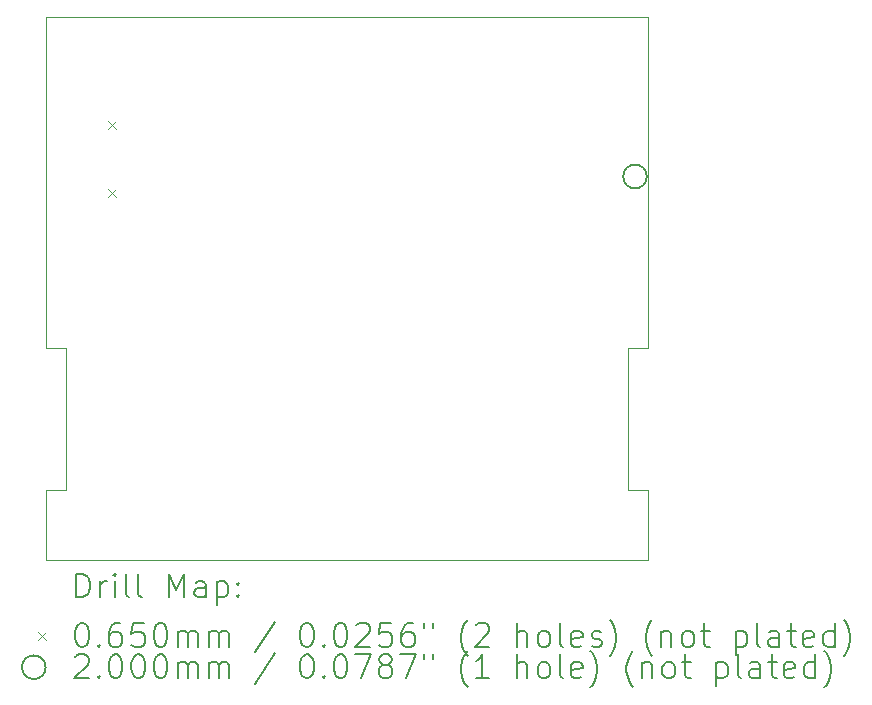
<source format=gbr>
%TF.GenerationSoftware,KiCad,Pcbnew,7.0.6-7.0.6~ubuntu22.04.1*%
%TF.CreationDate,2023-09-10T12:00:01+02:00*%
%TF.ProjectId,RFAmp,5246416d-702e-46b6-9963-61645f706362,rev?*%
%TF.SameCoordinates,Original*%
%TF.FileFunction,Drillmap*%
%TF.FilePolarity,Positive*%
%FSLAX45Y45*%
G04 Gerber Fmt 4.5, Leading zero omitted, Abs format (unit mm)*
G04 Created by KiCad (PCBNEW 7.0.6-7.0.6~ubuntu22.04.1) date 2023-09-10 12:00:01*
%MOMM*%
%LPD*%
G01*
G04 APERTURE LIST*
%ADD10C,0.010000*%
%ADD11C,0.200000*%
%ADD12C,0.065000*%
G04 APERTURE END LIST*
D10*
X15100000Y-14600000D02*
X10000000Y-14600000D01*
X10000000Y-12800000D02*
X10000000Y-10000000D01*
X10170000Y-14000000D02*
X10000000Y-14000000D01*
X14930000Y-12800000D02*
X14930000Y-14000000D01*
X15100000Y-14000000D02*
X15100000Y-14600000D01*
X10000000Y-10000000D02*
X15100000Y-10000000D01*
X14930000Y-12800000D02*
X15100000Y-12800000D01*
X15100000Y-10000000D02*
X15100000Y-12800000D01*
X10000000Y-14000000D02*
X10000000Y-14600000D01*
X10000000Y-12800000D02*
X10170000Y-12800000D01*
X10170000Y-12800000D02*
X10170000Y-14000000D01*
X14930000Y-14000000D02*
X15100000Y-14000000D01*
D11*
D12*
X10527500Y-10878500D02*
X10592500Y-10943500D01*
X10592500Y-10878500D02*
X10527500Y-10943500D01*
X10527500Y-11456500D02*
X10592500Y-11521500D01*
X10592500Y-11456500D02*
X10527500Y-11521500D01*
D11*
X15090000Y-11350000D02*
G75*
G03*
X15090000Y-11350000I-100000J0D01*
G01*
X10260277Y-14911984D02*
X10260277Y-14711984D01*
X10260277Y-14711984D02*
X10307896Y-14711984D01*
X10307896Y-14711984D02*
X10336467Y-14721508D01*
X10336467Y-14721508D02*
X10355515Y-14740555D01*
X10355515Y-14740555D02*
X10365039Y-14759603D01*
X10365039Y-14759603D02*
X10374563Y-14797698D01*
X10374563Y-14797698D02*
X10374563Y-14826269D01*
X10374563Y-14826269D02*
X10365039Y-14864365D01*
X10365039Y-14864365D02*
X10355515Y-14883412D01*
X10355515Y-14883412D02*
X10336467Y-14902460D01*
X10336467Y-14902460D02*
X10307896Y-14911984D01*
X10307896Y-14911984D02*
X10260277Y-14911984D01*
X10460277Y-14911984D02*
X10460277Y-14778650D01*
X10460277Y-14816746D02*
X10469801Y-14797698D01*
X10469801Y-14797698D02*
X10479324Y-14788174D01*
X10479324Y-14788174D02*
X10498372Y-14778650D01*
X10498372Y-14778650D02*
X10517420Y-14778650D01*
X10584086Y-14911984D02*
X10584086Y-14778650D01*
X10584086Y-14711984D02*
X10574563Y-14721508D01*
X10574563Y-14721508D02*
X10584086Y-14731031D01*
X10584086Y-14731031D02*
X10593610Y-14721508D01*
X10593610Y-14721508D02*
X10584086Y-14711984D01*
X10584086Y-14711984D02*
X10584086Y-14731031D01*
X10707896Y-14911984D02*
X10688848Y-14902460D01*
X10688848Y-14902460D02*
X10679324Y-14883412D01*
X10679324Y-14883412D02*
X10679324Y-14711984D01*
X10812658Y-14911984D02*
X10793610Y-14902460D01*
X10793610Y-14902460D02*
X10784086Y-14883412D01*
X10784086Y-14883412D02*
X10784086Y-14711984D01*
X11041229Y-14911984D02*
X11041229Y-14711984D01*
X11041229Y-14711984D02*
X11107896Y-14854841D01*
X11107896Y-14854841D02*
X11174563Y-14711984D01*
X11174563Y-14711984D02*
X11174563Y-14911984D01*
X11355515Y-14911984D02*
X11355515Y-14807222D01*
X11355515Y-14807222D02*
X11345991Y-14788174D01*
X11345991Y-14788174D02*
X11326943Y-14778650D01*
X11326943Y-14778650D02*
X11288848Y-14778650D01*
X11288848Y-14778650D02*
X11269801Y-14788174D01*
X11355515Y-14902460D02*
X11336467Y-14911984D01*
X11336467Y-14911984D02*
X11288848Y-14911984D01*
X11288848Y-14911984D02*
X11269801Y-14902460D01*
X11269801Y-14902460D02*
X11260277Y-14883412D01*
X11260277Y-14883412D02*
X11260277Y-14864365D01*
X11260277Y-14864365D02*
X11269801Y-14845317D01*
X11269801Y-14845317D02*
X11288848Y-14835793D01*
X11288848Y-14835793D02*
X11336467Y-14835793D01*
X11336467Y-14835793D02*
X11355515Y-14826269D01*
X11450753Y-14778650D02*
X11450753Y-14978650D01*
X11450753Y-14788174D02*
X11469801Y-14778650D01*
X11469801Y-14778650D02*
X11507896Y-14778650D01*
X11507896Y-14778650D02*
X11526943Y-14788174D01*
X11526943Y-14788174D02*
X11536467Y-14797698D01*
X11536467Y-14797698D02*
X11545991Y-14816746D01*
X11545991Y-14816746D02*
X11545991Y-14873888D01*
X11545991Y-14873888D02*
X11536467Y-14892936D01*
X11536467Y-14892936D02*
X11526943Y-14902460D01*
X11526943Y-14902460D02*
X11507896Y-14911984D01*
X11507896Y-14911984D02*
X11469801Y-14911984D01*
X11469801Y-14911984D02*
X11450753Y-14902460D01*
X11631705Y-14892936D02*
X11641229Y-14902460D01*
X11641229Y-14902460D02*
X11631705Y-14911984D01*
X11631705Y-14911984D02*
X11622182Y-14902460D01*
X11622182Y-14902460D02*
X11631705Y-14892936D01*
X11631705Y-14892936D02*
X11631705Y-14911984D01*
X11631705Y-14788174D02*
X11641229Y-14797698D01*
X11641229Y-14797698D02*
X11631705Y-14807222D01*
X11631705Y-14807222D02*
X11622182Y-14797698D01*
X11622182Y-14797698D02*
X11631705Y-14788174D01*
X11631705Y-14788174D02*
X11631705Y-14807222D01*
D12*
X9934500Y-15208000D02*
X9999500Y-15273000D01*
X9999500Y-15208000D02*
X9934500Y-15273000D01*
D11*
X10298372Y-15131984D02*
X10317420Y-15131984D01*
X10317420Y-15131984D02*
X10336467Y-15141508D01*
X10336467Y-15141508D02*
X10345991Y-15151031D01*
X10345991Y-15151031D02*
X10355515Y-15170079D01*
X10355515Y-15170079D02*
X10365039Y-15208174D01*
X10365039Y-15208174D02*
X10365039Y-15255793D01*
X10365039Y-15255793D02*
X10355515Y-15293888D01*
X10355515Y-15293888D02*
X10345991Y-15312936D01*
X10345991Y-15312936D02*
X10336467Y-15322460D01*
X10336467Y-15322460D02*
X10317420Y-15331984D01*
X10317420Y-15331984D02*
X10298372Y-15331984D01*
X10298372Y-15331984D02*
X10279324Y-15322460D01*
X10279324Y-15322460D02*
X10269801Y-15312936D01*
X10269801Y-15312936D02*
X10260277Y-15293888D01*
X10260277Y-15293888D02*
X10250753Y-15255793D01*
X10250753Y-15255793D02*
X10250753Y-15208174D01*
X10250753Y-15208174D02*
X10260277Y-15170079D01*
X10260277Y-15170079D02*
X10269801Y-15151031D01*
X10269801Y-15151031D02*
X10279324Y-15141508D01*
X10279324Y-15141508D02*
X10298372Y-15131984D01*
X10450753Y-15312936D02*
X10460277Y-15322460D01*
X10460277Y-15322460D02*
X10450753Y-15331984D01*
X10450753Y-15331984D02*
X10441229Y-15322460D01*
X10441229Y-15322460D02*
X10450753Y-15312936D01*
X10450753Y-15312936D02*
X10450753Y-15331984D01*
X10631705Y-15131984D02*
X10593610Y-15131984D01*
X10593610Y-15131984D02*
X10574563Y-15141508D01*
X10574563Y-15141508D02*
X10565039Y-15151031D01*
X10565039Y-15151031D02*
X10545991Y-15179603D01*
X10545991Y-15179603D02*
X10536467Y-15217698D01*
X10536467Y-15217698D02*
X10536467Y-15293888D01*
X10536467Y-15293888D02*
X10545991Y-15312936D01*
X10545991Y-15312936D02*
X10555515Y-15322460D01*
X10555515Y-15322460D02*
X10574563Y-15331984D01*
X10574563Y-15331984D02*
X10612658Y-15331984D01*
X10612658Y-15331984D02*
X10631705Y-15322460D01*
X10631705Y-15322460D02*
X10641229Y-15312936D01*
X10641229Y-15312936D02*
X10650753Y-15293888D01*
X10650753Y-15293888D02*
X10650753Y-15246269D01*
X10650753Y-15246269D02*
X10641229Y-15227222D01*
X10641229Y-15227222D02*
X10631705Y-15217698D01*
X10631705Y-15217698D02*
X10612658Y-15208174D01*
X10612658Y-15208174D02*
X10574563Y-15208174D01*
X10574563Y-15208174D02*
X10555515Y-15217698D01*
X10555515Y-15217698D02*
X10545991Y-15227222D01*
X10545991Y-15227222D02*
X10536467Y-15246269D01*
X10831705Y-15131984D02*
X10736467Y-15131984D01*
X10736467Y-15131984D02*
X10726944Y-15227222D01*
X10726944Y-15227222D02*
X10736467Y-15217698D01*
X10736467Y-15217698D02*
X10755515Y-15208174D01*
X10755515Y-15208174D02*
X10803134Y-15208174D01*
X10803134Y-15208174D02*
X10822182Y-15217698D01*
X10822182Y-15217698D02*
X10831705Y-15227222D01*
X10831705Y-15227222D02*
X10841229Y-15246269D01*
X10841229Y-15246269D02*
X10841229Y-15293888D01*
X10841229Y-15293888D02*
X10831705Y-15312936D01*
X10831705Y-15312936D02*
X10822182Y-15322460D01*
X10822182Y-15322460D02*
X10803134Y-15331984D01*
X10803134Y-15331984D02*
X10755515Y-15331984D01*
X10755515Y-15331984D02*
X10736467Y-15322460D01*
X10736467Y-15322460D02*
X10726944Y-15312936D01*
X10965039Y-15131984D02*
X10984086Y-15131984D01*
X10984086Y-15131984D02*
X11003134Y-15141508D01*
X11003134Y-15141508D02*
X11012658Y-15151031D01*
X11012658Y-15151031D02*
X11022182Y-15170079D01*
X11022182Y-15170079D02*
X11031705Y-15208174D01*
X11031705Y-15208174D02*
X11031705Y-15255793D01*
X11031705Y-15255793D02*
X11022182Y-15293888D01*
X11022182Y-15293888D02*
X11012658Y-15312936D01*
X11012658Y-15312936D02*
X11003134Y-15322460D01*
X11003134Y-15322460D02*
X10984086Y-15331984D01*
X10984086Y-15331984D02*
X10965039Y-15331984D01*
X10965039Y-15331984D02*
X10945991Y-15322460D01*
X10945991Y-15322460D02*
X10936467Y-15312936D01*
X10936467Y-15312936D02*
X10926944Y-15293888D01*
X10926944Y-15293888D02*
X10917420Y-15255793D01*
X10917420Y-15255793D02*
X10917420Y-15208174D01*
X10917420Y-15208174D02*
X10926944Y-15170079D01*
X10926944Y-15170079D02*
X10936467Y-15151031D01*
X10936467Y-15151031D02*
X10945991Y-15141508D01*
X10945991Y-15141508D02*
X10965039Y-15131984D01*
X11117420Y-15331984D02*
X11117420Y-15198650D01*
X11117420Y-15217698D02*
X11126944Y-15208174D01*
X11126944Y-15208174D02*
X11145991Y-15198650D01*
X11145991Y-15198650D02*
X11174563Y-15198650D01*
X11174563Y-15198650D02*
X11193610Y-15208174D01*
X11193610Y-15208174D02*
X11203134Y-15227222D01*
X11203134Y-15227222D02*
X11203134Y-15331984D01*
X11203134Y-15227222D02*
X11212658Y-15208174D01*
X11212658Y-15208174D02*
X11231705Y-15198650D01*
X11231705Y-15198650D02*
X11260277Y-15198650D01*
X11260277Y-15198650D02*
X11279324Y-15208174D01*
X11279324Y-15208174D02*
X11288848Y-15227222D01*
X11288848Y-15227222D02*
X11288848Y-15331984D01*
X11384086Y-15331984D02*
X11384086Y-15198650D01*
X11384086Y-15217698D02*
X11393610Y-15208174D01*
X11393610Y-15208174D02*
X11412658Y-15198650D01*
X11412658Y-15198650D02*
X11441229Y-15198650D01*
X11441229Y-15198650D02*
X11460277Y-15208174D01*
X11460277Y-15208174D02*
X11469801Y-15227222D01*
X11469801Y-15227222D02*
X11469801Y-15331984D01*
X11469801Y-15227222D02*
X11479324Y-15208174D01*
X11479324Y-15208174D02*
X11498372Y-15198650D01*
X11498372Y-15198650D02*
X11526943Y-15198650D01*
X11526943Y-15198650D02*
X11545991Y-15208174D01*
X11545991Y-15208174D02*
X11555515Y-15227222D01*
X11555515Y-15227222D02*
X11555515Y-15331984D01*
X11945991Y-15122460D02*
X11774563Y-15379603D01*
X12203134Y-15131984D02*
X12222182Y-15131984D01*
X12222182Y-15131984D02*
X12241229Y-15141508D01*
X12241229Y-15141508D02*
X12250753Y-15151031D01*
X12250753Y-15151031D02*
X12260277Y-15170079D01*
X12260277Y-15170079D02*
X12269801Y-15208174D01*
X12269801Y-15208174D02*
X12269801Y-15255793D01*
X12269801Y-15255793D02*
X12260277Y-15293888D01*
X12260277Y-15293888D02*
X12250753Y-15312936D01*
X12250753Y-15312936D02*
X12241229Y-15322460D01*
X12241229Y-15322460D02*
X12222182Y-15331984D01*
X12222182Y-15331984D02*
X12203134Y-15331984D01*
X12203134Y-15331984D02*
X12184086Y-15322460D01*
X12184086Y-15322460D02*
X12174563Y-15312936D01*
X12174563Y-15312936D02*
X12165039Y-15293888D01*
X12165039Y-15293888D02*
X12155515Y-15255793D01*
X12155515Y-15255793D02*
X12155515Y-15208174D01*
X12155515Y-15208174D02*
X12165039Y-15170079D01*
X12165039Y-15170079D02*
X12174563Y-15151031D01*
X12174563Y-15151031D02*
X12184086Y-15141508D01*
X12184086Y-15141508D02*
X12203134Y-15131984D01*
X12355515Y-15312936D02*
X12365039Y-15322460D01*
X12365039Y-15322460D02*
X12355515Y-15331984D01*
X12355515Y-15331984D02*
X12345991Y-15322460D01*
X12345991Y-15322460D02*
X12355515Y-15312936D01*
X12355515Y-15312936D02*
X12355515Y-15331984D01*
X12488848Y-15131984D02*
X12507896Y-15131984D01*
X12507896Y-15131984D02*
X12526944Y-15141508D01*
X12526944Y-15141508D02*
X12536467Y-15151031D01*
X12536467Y-15151031D02*
X12545991Y-15170079D01*
X12545991Y-15170079D02*
X12555515Y-15208174D01*
X12555515Y-15208174D02*
X12555515Y-15255793D01*
X12555515Y-15255793D02*
X12545991Y-15293888D01*
X12545991Y-15293888D02*
X12536467Y-15312936D01*
X12536467Y-15312936D02*
X12526944Y-15322460D01*
X12526944Y-15322460D02*
X12507896Y-15331984D01*
X12507896Y-15331984D02*
X12488848Y-15331984D01*
X12488848Y-15331984D02*
X12469801Y-15322460D01*
X12469801Y-15322460D02*
X12460277Y-15312936D01*
X12460277Y-15312936D02*
X12450753Y-15293888D01*
X12450753Y-15293888D02*
X12441229Y-15255793D01*
X12441229Y-15255793D02*
X12441229Y-15208174D01*
X12441229Y-15208174D02*
X12450753Y-15170079D01*
X12450753Y-15170079D02*
X12460277Y-15151031D01*
X12460277Y-15151031D02*
X12469801Y-15141508D01*
X12469801Y-15141508D02*
X12488848Y-15131984D01*
X12631706Y-15151031D02*
X12641229Y-15141508D01*
X12641229Y-15141508D02*
X12660277Y-15131984D01*
X12660277Y-15131984D02*
X12707896Y-15131984D01*
X12707896Y-15131984D02*
X12726944Y-15141508D01*
X12726944Y-15141508D02*
X12736467Y-15151031D01*
X12736467Y-15151031D02*
X12745991Y-15170079D01*
X12745991Y-15170079D02*
X12745991Y-15189127D01*
X12745991Y-15189127D02*
X12736467Y-15217698D01*
X12736467Y-15217698D02*
X12622182Y-15331984D01*
X12622182Y-15331984D02*
X12745991Y-15331984D01*
X12926944Y-15131984D02*
X12831706Y-15131984D01*
X12831706Y-15131984D02*
X12822182Y-15227222D01*
X12822182Y-15227222D02*
X12831706Y-15217698D01*
X12831706Y-15217698D02*
X12850753Y-15208174D01*
X12850753Y-15208174D02*
X12898372Y-15208174D01*
X12898372Y-15208174D02*
X12917420Y-15217698D01*
X12917420Y-15217698D02*
X12926944Y-15227222D01*
X12926944Y-15227222D02*
X12936467Y-15246269D01*
X12936467Y-15246269D02*
X12936467Y-15293888D01*
X12936467Y-15293888D02*
X12926944Y-15312936D01*
X12926944Y-15312936D02*
X12917420Y-15322460D01*
X12917420Y-15322460D02*
X12898372Y-15331984D01*
X12898372Y-15331984D02*
X12850753Y-15331984D01*
X12850753Y-15331984D02*
X12831706Y-15322460D01*
X12831706Y-15322460D02*
X12822182Y-15312936D01*
X13107896Y-15131984D02*
X13069801Y-15131984D01*
X13069801Y-15131984D02*
X13050753Y-15141508D01*
X13050753Y-15141508D02*
X13041229Y-15151031D01*
X13041229Y-15151031D02*
X13022182Y-15179603D01*
X13022182Y-15179603D02*
X13012658Y-15217698D01*
X13012658Y-15217698D02*
X13012658Y-15293888D01*
X13012658Y-15293888D02*
X13022182Y-15312936D01*
X13022182Y-15312936D02*
X13031706Y-15322460D01*
X13031706Y-15322460D02*
X13050753Y-15331984D01*
X13050753Y-15331984D02*
X13088848Y-15331984D01*
X13088848Y-15331984D02*
X13107896Y-15322460D01*
X13107896Y-15322460D02*
X13117420Y-15312936D01*
X13117420Y-15312936D02*
X13126944Y-15293888D01*
X13126944Y-15293888D02*
X13126944Y-15246269D01*
X13126944Y-15246269D02*
X13117420Y-15227222D01*
X13117420Y-15227222D02*
X13107896Y-15217698D01*
X13107896Y-15217698D02*
X13088848Y-15208174D01*
X13088848Y-15208174D02*
X13050753Y-15208174D01*
X13050753Y-15208174D02*
X13031706Y-15217698D01*
X13031706Y-15217698D02*
X13022182Y-15227222D01*
X13022182Y-15227222D02*
X13012658Y-15246269D01*
X13203134Y-15131984D02*
X13203134Y-15170079D01*
X13279325Y-15131984D02*
X13279325Y-15170079D01*
X13574563Y-15408174D02*
X13565039Y-15398650D01*
X13565039Y-15398650D02*
X13545991Y-15370079D01*
X13545991Y-15370079D02*
X13536468Y-15351031D01*
X13536468Y-15351031D02*
X13526944Y-15322460D01*
X13526944Y-15322460D02*
X13517420Y-15274841D01*
X13517420Y-15274841D02*
X13517420Y-15236746D01*
X13517420Y-15236746D02*
X13526944Y-15189127D01*
X13526944Y-15189127D02*
X13536468Y-15160555D01*
X13536468Y-15160555D02*
X13545991Y-15141508D01*
X13545991Y-15141508D02*
X13565039Y-15112936D01*
X13565039Y-15112936D02*
X13574563Y-15103412D01*
X13641229Y-15151031D02*
X13650753Y-15141508D01*
X13650753Y-15141508D02*
X13669801Y-15131984D01*
X13669801Y-15131984D02*
X13717420Y-15131984D01*
X13717420Y-15131984D02*
X13736468Y-15141508D01*
X13736468Y-15141508D02*
X13745991Y-15151031D01*
X13745991Y-15151031D02*
X13755515Y-15170079D01*
X13755515Y-15170079D02*
X13755515Y-15189127D01*
X13755515Y-15189127D02*
X13745991Y-15217698D01*
X13745991Y-15217698D02*
X13631706Y-15331984D01*
X13631706Y-15331984D02*
X13755515Y-15331984D01*
X13993610Y-15331984D02*
X13993610Y-15131984D01*
X14079325Y-15331984D02*
X14079325Y-15227222D01*
X14079325Y-15227222D02*
X14069801Y-15208174D01*
X14069801Y-15208174D02*
X14050753Y-15198650D01*
X14050753Y-15198650D02*
X14022182Y-15198650D01*
X14022182Y-15198650D02*
X14003134Y-15208174D01*
X14003134Y-15208174D02*
X13993610Y-15217698D01*
X14203134Y-15331984D02*
X14184087Y-15322460D01*
X14184087Y-15322460D02*
X14174563Y-15312936D01*
X14174563Y-15312936D02*
X14165039Y-15293888D01*
X14165039Y-15293888D02*
X14165039Y-15236746D01*
X14165039Y-15236746D02*
X14174563Y-15217698D01*
X14174563Y-15217698D02*
X14184087Y-15208174D01*
X14184087Y-15208174D02*
X14203134Y-15198650D01*
X14203134Y-15198650D02*
X14231706Y-15198650D01*
X14231706Y-15198650D02*
X14250753Y-15208174D01*
X14250753Y-15208174D02*
X14260277Y-15217698D01*
X14260277Y-15217698D02*
X14269801Y-15236746D01*
X14269801Y-15236746D02*
X14269801Y-15293888D01*
X14269801Y-15293888D02*
X14260277Y-15312936D01*
X14260277Y-15312936D02*
X14250753Y-15322460D01*
X14250753Y-15322460D02*
X14231706Y-15331984D01*
X14231706Y-15331984D02*
X14203134Y-15331984D01*
X14384087Y-15331984D02*
X14365039Y-15322460D01*
X14365039Y-15322460D02*
X14355515Y-15303412D01*
X14355515Y-15303412D02*
X14355515Y-15131984D01*
X14536468Y-15322460D02*
X14517420Y-15331984D01*
X14517420Y-15331984D02*
X14479325Y-15331984D01*
X14479325Y-15331984D02*
X14460277Y-15322460D01*
X14460277Y-15322460D02*
X14450753Y-15303412D01*
X14450753Y-15303412D02*
X14450753Y-15227222D01*
X14450753Y-15227222D02*
X14460277Y-15208174D01*
X14460277Y-15208174D02*
X14479325Y-15198650D01*
X14479325Y-15198650D02*
X14517420Y-15198650D01*
X14517420Y-15198650D02*
X14536468Y-15208174D01*
X14536468Y-15208174D02*
X14545991Y-15227222D01*
X14545991Y-15227222D02*
X14545991Y-15246269D01*
X14545991Y-15246269D02*
X14450753Y-15265317D01*
X14622182Y-15322460D02*
X14641230Y-15331984D01*
X14641230Y-15331984D02*
X14679325Y-15331984D01*
X14679325Y-15331984D02*
X14698372Y-15322460D01*
X14698372Y-15322460D02*
X14707896Y-15303412D01*
X14707896Y-15303412D02*
X14707896Y-15293888D01*
X14707896Y-15293888D02*
X14698372Y-15274841D01*
X14698372Y-15274841D02*
X14679325Y-15265317D01*
X14679325Y-15265317D02*
X14650753Y-15265317D01*
X14650753Y-15265317D02*
X14631706Y-15255793D01*
X14631706Y-15255793D02*
X14622182Y-15236746D01*
X14622182Y-15236746D02*
X14622182Y-15227222D01*
X14622182Y-15227222D02*
X14631706Y-15208174D01*
X14631706Y-15208174D02*
X14650753Y-15198650D01*
X14650753Y-15198650D02*
X14679325Y-15198650D01*
X14679325Y-15198650D02*
X14698372Y-15208174D01*
X14774563Y-15408174D02*
X14784087Y-15398650D01*
X14784087Y-15398650D02*
X14803134Y-15370079D01*
X14803134Y-15370079D02*
X14812658Y-15351031D01*
X14812658Y-15351031D02*
X14822182Y-15322460D01*
X14822182Y-15322460D02*
X14831706Y-15274841D01*
X14831706Y-15274841D02*
X14831706Y-15236746D01*
X14831706Y-15236746D02*
X14822182Y-15189127D01*
X14822182Y-15189127D02*
X14812658Y-15160555D01*
X14812658Y-15160555D02*
X14803134Y-15141508D01*
X14803134Y-15141508D02*
X14784087Y-15112936D01*
X14784087Y-15112936D02*
X14774563Y-15103412D01*
X15136468Y-15408174D02*
X15126944Y-15398650D01*
X15126944Y-15398650D02*
X15107896Y-15370079D01*
X15107896Y-15370079D02*
X15098372Y-15351031D01*
X15098372Y-15351031D02*
X15088849Y-15322460D01*
X15088849Y-15322460D02*
X15079325Y-15274841D01*
X15079325Y-15274841D02*
X15079325Y-15236746D01*
X15079325Y-15236746D02*
X15088849Y-15189127D01*
X15088849Y-15189127D02*
X15098372Y-15160555D01*
X15098372Y-15160555D02*
X15107896Y-15141508D01*
X15107896Y-15141508D02*
X15126944Y-15112936D01*
X15126944Y-15112936D02*
X15136468Y-15103412D01*
X15212658Y-15198650D02*
X15212658Y-15331984D01*
X15212658Y-15217698D02*
X15222182Y-15208174D01*
X15222182Y-15208174D02*
X15241230Y-15198650D01*
X15241230Y-15198650D02*
X15269801Y-15198650D01*
X15269801Y-15198650D02*
X15288849Y-15208174D01*
X15288849Y-15208174D02*
X15298372Y-15227222D01*
X15298372Y-15227222D02*
X15298372Y-15331984D01*
X15422182Y-15331984D02*
X15403134Y-15322460D01*
X15403134Y-15322460D02*
X15393611Y-15312936D01*
X15393611Y-15312936D02*
X15384087Y-15293888D01*
X15384087Y-15293888D02*
X15384087Y-15236746D01*
X15384087Y-15236746D02*
X15393611Y-15217698D01*
X15393611Y-15217698D02*
X15403134Y-15208174D01*
X15403134Y-15208174D02*
X15422182Y-15198650D01*
X15422182Y-15198650D02*
X15450753Y-15198650D01*
X15450753Y-15198650D02*
X15469801Y-15208174D01*
X15469801Y-15208174D02*
X15479325Y-15217698D01*
X15479325Y-15217698D02*
X15488849Y-15236746D01*
X15488849Y-15236746D02*
X15488849Y-15293888D01*
X15488849Y-15293888D02*
X15479325Y-15312936D01*
X15479325Y-15312936D02*
X15469801Y-15322460D01*
X15469801Y-15322460D02*
X15450753Y-15331984D01*
X15450753Y-15331984D02*
X15422182Y-15331984D01*
X15545992Y-15198650D02*
X15622182Y-15198650D01*
X15574563Y-15131984D02*
X15574563Y-15303412D01*
X15574563Y-15303412D02*
X15584087Y-15322460D01*
X15584087Y-15322460D02*
X15603134Y-15331984D01*
X15603134Y-15331984D02*
X15622182Y-15331984D01*
X15841230Y-15198650D02*
X15841230Y-15398650D01*
X15841230Y-15208174D02*
X15860277Y-15198650D01*
X15860277Y-15198650D02*
X15898373Y-15198650D01*
X15898373Y-15198650D02*
X15917420Y-15208174D01*
X15917420Y-15208174D02*
X15926944Y-15217698D01*
X15926944Y-15217698D02*
X15936468Y-15236746D01*
X15936468Y-15236746D02*
X15936468Y-15293888D01*
X15936468Y-15293888D02*
X15926944Y-15312936D01*
X15926944Y-15312936D02*
X15917420Y-15322460D01*
X15917420Y-15322460D02*
X15898373Y-15331984D01*
X15898373Y-15331984D02*
X15860277Y-15331984D01*
X15860277Y-15331984D02*
X15841230Y-15322460D01*
X16050753Y-15331984D02*
X16031706Y-15322460D01*
X16031706Y-15322460D02*
X16022182Y-15303412D01*
X16022182Y-15303412D02*
X16022182Y-15131984D01*
X16212658Y-15331984D02*
X16212658Y-15227222D01*
X16212658Y-15227222D02*
X16203134Y-15208174D01*
X16203134Y-15208174D02*
X16184087Y-15198650D01*
X16184087Y-15198650D02*
X16145992Y-15198650D01*
X16145992Y-15198650D02*
X16126944Y-15208174D01*
X16212658Y-15322460D02*
X16193611Y-15331984D01*
X16193611Y-15331984D02*
X16145992Y-15331984D01*
X16145992Y-15331984D02*
X16126944Y-15322460D01*
X16126944Y-15322460D02*
X16117420Y-15303412D01*
X16117420Y-15303412D02*
X16117420Y-15284365D01*
X16117420Y-15284365D02*
X16126944Y-15265317D01*
X16126944Y-15265317D02*
X16145992Y-15255793D01*
X16145992Y-15255793D02*
X16193611Y-15255793D01*
X16193611Y-15255793D02*
X16212658Y-15246269D01*
X16279325Y-15198650D02*
X16355515Y-15198650D01*
X16307896Y-15131984D02*
X16307896Y-15303412D01*
X16307896Y-15303412D02*
X16317420Y-15322460D01*
X16317420Y-15322460D02*
X16336468Y-15331984D01*
X16336468Y-15331984D02*
X16355515Y-15331984D01*
X16498373Y-15322460D02*
X16479325Y-15331984D01*
X16479325Y-15331984D02*
X16441230Y-15331984D01*
X16441230Y-15331984D02*
X16422182Y-15322460D01*
X16422182Y-15322460D02*
X16412658Y-15303412D01*
X16412658Y-15303412D02*
X16412658Y-15227222D01*
X16412658Y-15227222D02*
X16422182Y-15208174D01*
X16422182Y-15208174D02*
X16441230Y-15198650D01*
X16441230Y-15198650D02*
X16479325Y-15198650D01*
X16479325Y-15198650D02*
X16498373Y-15208174D01*
X16498373Y-15208174D02*
X16507896Y-15227222D01*
X16507896Y-15227222D02*
X16507896Y-15246269D01*
X16507896Y-15246269D02*
X16412658Y-15265317D01*
X16679325Y-15331984D02*
X16679325Y-15131984D01*
X16679325Y-15322460D02*
X16660277Y-15331984D01*
X16660277Y-15331984D02*
X16622182Y-15331984D01*
X16622182Y-15331984D02*
X16603134Y-15322460D01*
X16603134Y-15322460D02*
X16593611Y-15312936D01*
X16593611Y-15312936D02*
X16584087Y-15293888D01*
X16584087Y-15293888D02*
X16584087Y-15236746D01*
X16584087Y-15236746D02*
X16593611Y-15217698D01*
X16593611Y-15217698D02*
X16603134Y-15208174D01*
X16603134Y-15208174D02*
X16622182Y-15198650D01*
X16622182Y-15198650D02*
X16660277Y-15198650D01*
X16660277Y-15198650D02*
X16679325Y-15208174D01*
X16755515Y-15408174D02*
X16765039Y-15398650D01*
X16765039Y-15398650D02*
X16784087Y-15370079D01*
X16784087Y-15370079D02*
X16793611Y-15351031D01*
X16793611Y-15351031D02*
X16803135Y-15322460D01*
X16803135Y-15322460D02*
X16812658Y-15274841D01*
X16812658Y-15274841D02*
X16812658Y-15236746D01*
X16812658Y-15236746D02*
X16803135Y-15189127D01*
X16803135Y-15189127D02*
X16793611Y-15160555D01*
X16793611Y-15160555D02*
X16784087Y-15141508D01*
X16784087Y-15141508D02*
X16765039Y-15112936D01*
X16765039Y-15112936D02*
X16755515Y-15103412D01*
X9999500Y-15504500D02*
G75*
G03*
X9999500Y-15504500I-100000J0D01*
G01*
X10250753Y-15415031D02*
X10260277Y-15405508D01*
X10260277Y-15405508D02*
X10279324Y-15395984D01*
X10279324Y-15395984D02*
X10326944Y-15395984D01*
X10326944Y-15395984D02*
X10345991Y-15405508D01*
X10345991Y-15405508D02*
X10355515Y-15415031D01*
X10355515Y-15415031D02*
X10365039Y-15434079D01*
X10365039Y-15434079D02*
X10365039Y-15453127D01*
X10365039Y-15453127D02*
X10355515Y-15481698D01*
X10355515Y-15481698D02*
X10241229Y-15595984D01*
X10241229Y-15595984D02*
X10365039Y-15595984D01*
X10450753Y-15576936D02*
X10460277Y-15586460D01*
X10460277Y-15586460D02*
X10450753Y-15595984D01*
X10450753Y-15595984D02*
X10441229Y-15586460D01*
X10441229Y-15586460D02*
X10450753Y-15576936D01*
X10450753Y-15576936D02*
X10450753Y-15595984D01*
X10584086Y-15395984D02*
X10603134Y-15395984D01*
X10603134Y-15395984D02*
X10622182Y-15405508D01*
X10622182Y-15405508D02*
X10631705Y-15415031D01*
X10631705Y-15415031D02*
X10641229Y-15434079D01*
X10641229Y-15434079D02*
X10650753Y-15472174D01*
X10650753Y-15472174D02*
X10650753Y-15519793D01*
X10650753Y-15519793D02*
X10641229Y-15557888D01*
X10641229Y-15557888D02*
X10631705Y-15576936D01*
X10631705Y-15576936D02*
X10622182Y-15586460D01*
X10622182Y-15586460D02*
X10603134Y-15595984D01*
X10603134Y-15595984D02*
X10584086Y-15595984D01*
X10584086Y-15595984D02*
X10565039Y-15586460D01*
X10565039Y-15586460D02*
X10555515Y-15576936D01*
X10555515Y-15576936D02*
X10545991Y-15557888D01*
X10545991Y-15557888D02*
X10536467Y-15519793D01*
X10536467Y-15519793D02*
X10536467Y-15472174D01*
X10536467Y-15472174D02*
X10545991Y-15434079D01*
X10545991Y-15434079D02*
X10555515Y-15415031D01*
X10555515Y-15415031D02*
X10565039Y-15405508D01*
X10565039Y-15405508D02*
X10584086Y-15395984D01*
X10774563Y-15395984D02*
X10793610Y-15395984D01*
X10793610Y-15395984D02*
X10812658Y-15405508D01*
X10812658Y-15405508D02*
X10822182Y-15415031D01*
X10822182Y-15415031D02*
X10831705Y-15434079D01*
X10831705Y-15434079D02*
X10841229Y-15472174D01*
X10841229Y-15472174D02*
X10841229Y-15519793D01*
X10841229Y-15519793D02*
X10831705Y-15557888D01*
X10831705Y-15557888D02*
X10822182Y-15576936D01*
X10822182Y-15576936D02*
X10812658Y-15586460D01*
X10812658Y-15586460D02*
X10793610Y-15595984D01*
X10793610Y-15595984D02*
X10774563Y-15595984D01*
X10774563Y-15595984D02*
X10755515Y-15586460D01*
X10755515Y-15586460D02*
X10745991Y-15576936D01*
X10745991Y-15576936D02*
X10736467Y-15557888D01*
X10736467Y-15557888D02*
X10726944Y-15519793D01*
X10726944Y-15519793D02*
X10726944Y-15472174D01*
X10726944Y-15472174D02*
X10736467Y-15434079D01*
X10736467Y-15434079D02*
X10745991Y-15415031D01*
X10745991Y-15415031D02*
X10755515Y-15405508D01*
X10755515Y-15405508D02*
X10774563Y-15395984D01*
X10965039Y-15395984D02*
X10984086Y-15395984D01*
X10984086Y-15395984D02*
X11003134Y-15405508D01*
X11003134Y-15405508D02*
X11012658Y-15415031D01*
X11012658Y-15415031D02*
X11022182Y-15434079D01*
X11022182Y-15434079D02*
X11031705Y-15472174D01*
X11031705Y-15472174D02*
X11031705Y-15519793D01*
X11031705Y-15519793D02*
X11022182Y-15557888D01*
X11022182Y-15557888D02*
X11012658Y-15576936D01*
X11012658Y-15576936D02*
X11003134Y-15586460D01*
X11003134Y-15586460D02*
X10984086Y-15595984D01*
X10984086Y-15595984D02*
X10965039Y-15595984D01*
X10965039Y-15595984D02*
X10945991Y-15586460D01*
X10945991Y-15586460D02*
X10936467Y-15576936D01*
X10936467Y-15576936D02*
X10926944Y-15557888D01*
X10926944Y-15557888D02*
X10917420Y-15519793D01*
X10917420Y-15519793D02*
X10917420Y-15472174D01*
X10917420Y-15472174D02*
X10926944Y-15434079D01*
X10926944Y-15434079D02*
X10936467Y-15415031D01*
X10936467Y-15415031D02*
X10945991Y-15405508D01*
X10945991Y-15405508D02*
X10965039Y-15395984D01*
X11117420Y-15595984D02*
X11117420Y-15462650D01*
X11117420Y-15481698D02*
X11126944Y-15472174D01*
X11126944Y-15472174D02*
X11145991Y-15462650D01*
X11145991Y-15462650D02*
X11174563Y-15462650D01*
X11174563Y-15462650D02*
X11193610Y-15472174D01*
X11193610Y-15472174D02*
X11203134Y-15491222D01*
X11203134Y-15491222D02*
X11203134Y-15595984D01*
X11203134Y-15491222D02*
X11212658Y-15472174D01*
X11212658Y-15472174D02*
X11231705Y-15462650D01*
X11231705Y-15462650D02*
X11260277Y-15462650D01*
X11260277Y-15462650D02*
X11279324Y-15472174D01*
X11279324Y-15472174D02*
X11288848Y-15491222D01*
X11288848Y-15491222D02*
X11288848Y-15595984D01*
X11384086Y-15595984D02*
X11384086Y-15462650D01*
X11384086Y-15481698D02*
X11393610Y-15472174D01*
X11393610Y-15472174D02*
X11412658Y-15462650D01*
X11412658Y-15462650D02*
X11441229Y-15462650D01*
X11441229Y-15462650D02*
X11460277Y-15472174D01*
X11460277Y-15472174D02*
X11469801Y-15491222D01*
X11469801Y-15491222D02*
X11469801Y-15595984D01*
X11469801Y-15491222D02*
X11479324Y-15472174D01*
X11479324Y-15472174D02*
X11498372Y-15462650D01*
X11498372Y-15462650D02*
X11526943Y-15462650D01*
X11526943Y-15462650D02*
X11545991Y-15472174D01*
X11545991Y-15472174D02*
X11555515Y-15491222D01*
X11555515Y-15491222D02*
X11555515Y-15595984D01*
X11945991Y-15386460D02*
X11774563Y-15643603D01*
X12203134Y-15395984D02*
X12222182Y-15395984D01*
X12222182Y-15395984D02*
X12241229Y-15405508D01*
X12241229Y-15405508D02*
X12250753Y-15415031D01*
X12250753Y-15415031D02*
X12260277Y-15434079D01*
X12260277Y-15434079D02*
X12269801Y-15472174D01*
X12269801Y-15472174D02*
X12269801Y-15519793D01*
X12269801Y-15519793D02*
X12260277Y-15557888D01*
X12260277Y-15557888D02*
X12250753Y-15576936D01*
X12250753Y-15576936D02*
X12241229Y-15586460D01*
X12241229Y-15586460D02*
X12222182Y-15595984D01*
X12222182Y-15595984D02*
X12203134Y-15595984D01*
X12203134Y-15595984D02*
X12184086Y-15586460D01*
X12184086Y-15586460D02*
X12174563Y-15576936D01*
X12174563Y-15576936D02*
X12165039Y-15557888D01*
X12165039Y-15557888D02*
X12155515Y-15519793D01*
X12155515Y-15519793D02*
X12155515Y-15472174D01*
X12155515Y-15472174D02*
X12165039Y-15434079D01*
X12165039Y-15434079D02*
X12174563Y-15415031D01*
X12174563Y-15415031D02*
X12184086Y-15405508D01*
X12184086Y-15405508D02*
X12203134Y-15395984D01*
X12355515Y-15576936D02*
X12365039Y-15586460D01*
X12365039Y-15586460D02*
X12355515Y-15595984D01*
X12355515Y-15595984D02*
X12345991Y-15586460D01*
X12345991Y-15586460D02*
X12355515Y-15576936D01*
X12355515Y-15576936D02*
X12355515Y-15595984D01*
X12488848Y-15395984D02*
X12507896Y-15395984D01*
X12507896Y-15395984D02*
X12526944Y-15405508D01*
X12526944Y-15405508D02*
X12536467Y-15415031D01*
X12536467Y-15415031D02*
X12545991Y-15434079D01*
X12545991Y-15434079D02*
X12555515Y-15472174D01*
X12555515Y-15472174D02*
X12555515Y-15519793D01*
X12555515Y-15519793D02*
X12545991Y-15557888D01*
X12545991Y-15557888D02*
X12536467Y-15576936D01*
X12536467Y-15576936D02*
X12526944Y-15586460D01*
X12526944Y-15586460D02*
X12507896Y-15595984D01*
X12507896Y-15595984D02*
X12488848Y-15595984D01*
X12488848Y-15595984D02*
X12469801Y-15586460D01*
X12469801Y-15586460D02*
X12460277Y-15576936D01*
X12460277Y-15576936D02*
X12450753Y-15557888D01*
X12450753Y-15557888D02*
X12441229Y-15519793D01*
X12441229Y-15519793D02*
X12441229Y-15472174D01*
X12441229Y-15472174D02*
X12450753Y-15434079D01*
X12450753Y-15434079D02*
X12460277Y-15415031D01*
X12460277Y-15415031D02*
X12469801Y-15405508D01*
X12469801Y-15405508D02*
X12488848Y-15395984D01*
X12622182Y-15395984D02*
X12755515Y-15395984D01*
X12755515Y-15395984D02*
X12669801Y-15595984D01*
X12860277Y-15481698D02*
X12841229Y-15472174D01*
X12841229Y-15472174D02*
X12831706Y-15462650D01*
X12831706Y-15462650D02*
X12822182Y-15443603D01*
X12822182Y-15443603D02*
X12822182Y-15434079D01*
X12822182Y-15434079D02*
X12831706Y-15415031D01*
X12831706Y-15415031D02*
X12841229Y-15405508D01*
X12841229Y-15405508D02*
X12860277Y-15395984D01*
X12860277Y-15395984D02*
X12898372Y-15395984D01*
X12898372Y-15395984D02*
X12917420Y-15405508D01*
X12917420Y-15405508D02*
X12926944Y-15415031D01*
X12926944Y-15415031D02*
X12936467Y-15434079D01*
X12936467Y-15434079D02*
X12936467Y-15443603D01*
X12936467Y-15443603D02*
X12926944Y-15462650D01*
X12926944Y-15462650D02*
X12917420Y-15472174D01*
X12917420Y-15472174D02*
X12898372Y-15481698D01*
X12898372Y-15481698D02*
X12860277Y-15481698D01*
X12860277Y-15481698D02*
X12841229Y-15491222D01*
X12841229Y-15491222D02*
X12831706Y-15500746D01*
X12831706Y-15500746D02*
X12822182Y-15519793D01*
X12822182Y-15519793D02*
X12822182Y-15557888D01*
X12822182Y-15557888D02*
X12831706Y-15576936D01*
X12831706Y-15576936D02*
X12841229Y-15586460D01*
X12841229Y-15586460D02*
X12860277Y-15595984D01*
X12860277Y-15595984D02*
X12898372Y-15595984D01*
X12898372Y-15595984D02*
X12917420Y-15586460D01*
X12917420Y-15586460D02*
X12926944Y-15576936D01*
X12926944Y-15576936D02*
X12936467Y-15557888D01*
X12936467Y-15557888D02*
X12936467Y-15519793D01*
X12936467Y-15519793D02*
X12926944Y-15500746D01*
X12926944Y-15500746D02*
X12917420Y-15491222D01*
X12917420Y-15491222D02*
X12898372Y-15481698D01*
X13003134Y-15395984D02*
X13136467Y-15395984D01*
X13136467Y-15395984D02*
X13050753Y-15595984D01*
X13203134Y-15395984D02*
X13203134Y-15434079D01*
X13279325Y-15395984D02*
X13279325Y-15434079D01*
X13574563Y-15672174D02*
X13565039Y-15662650D01*
X13565039Y-15662650D02*
X13545991Y-15634079D01*
X13545991Y-15634079D02*
X13536468Y-15615031D01*
X13536468Y-15615031D02*
X13526944Y-15586460D01*
X13526944Y-15586460D02*
X13517420Y-15538841D01*
X13517420Y-15538841D02*
X13517420Y-15500746D01*
X13517420Y-15500746D02*
X13526944Y-15453127D01*
X13526944Y-15453127D02*
X13536468Y-15424555D01*
X13536468Y-15424555D02*
X13545991Y-15405508D01*
X13545991Y-15405508D02*
X13565039Y-15376936D01*
X13565039Y-15376936D02*
X13574563Y-15367412D01*
X13755515Y-15595984D02*
X13641229Y-15595984D01*
X13698372Y-15595984D02*
X13698372Y-15395984D01*
X13698372Y-15395984D02*
X13679325Y-15424555D01*
X13679325Y-15424555D02*
X13660277Y-15443603D01*
X13660277Y-15443603D02*
X13641229Y-15453127D01*
X13993610Y-15595984D02*
X13993610Y-15395984D01*
X14079325Y-15595984D02*
X14079325Y-15491222D01*
X14079325Y-15491222D02*
X14069801Y-15472174D01*
X14069801Y-15472174D02*
X14050753Y-15462650D01*
X14050753Y-15462650D02*
X14022182Y-15462650D01*
X14022182Y-15462650D02*
X14003134Y-15472174D01*
X14003134Y-15472174D02*
X13993610Y-15481698D01*
X14203134Y-15595984D02*
X14184087Y-15586460D01*
X14184087Y-15586460D02*
X14174563Y-15576936D01*
X14174563Y-15576936D02*
X14165039Y-15557888D01*
X14165039Y-15557888D02*
X14165039Y-15500746D01*
X14165039Y-15500746D02*
X14174563Y-15481698D01*
X14174563Y-15481698D02*
X14184087Y-15472174D01*
X14184087Y-15472174D02*
X14203134Y-15462650D01*
X14203134Y-15462650D02*
X14231706Y-15462650D01*
X14231706Y-15462650D02*
X14250753Y-15472174D01*
X14250753Y-15472174D02*
X14260277Y-15481698D01*
X14260277Y-15481698D02*
X14269801Y-15500746D01*
X14269801Y-15500746D02*
X14269801Y-15557888D01*
X14269801Y-15557888D02*
X14260277Y-15576936D01*
X14260277Y-15576936D02*
X14250753Y-15586460D01*
X14250753Y-15586460D02*
X14231706Y-15595984D01*
X14231706Y-15595984D02*
X14203134Y-15595984D01*
X14384087Y-15595984D02*
X14365039Y-15586460D01*
X14365039Y-15586460D02*
X14355515Y-15567412D01*
X14355515Y-15567412D02*
X14355515Y-15395984D01*
X14536468Y-15586460D02*
X14517420Y-15595984D01*
X14517420Y-15595984D02*
X14479325Y-15595984D01*
X14479325Y-15595984D02*
X14460277Y-15586460D01*
X14460277Y-15586460D02*
X14450753Y-15567412D01*
X14450753Y-15567412D02*
X14450753Y-15491222D01*
X14450753Y-15491222D02*
X14460277Y-15472174D01*
X14460277Y-15472174D02*
X14479325Y-15462650D01*
X14479325Y-15462650D02*
X14517420Y-15462650D01*
X14517420Y-15462650D02*
X14536468Y-15472174D01*
X14536468Y-15472174D02*
X14545991Y-15491222D01*
X14545991Y-15491222D02*
X14545991Y-15510269D01*
X14545991Y-15510269D02*
X14450753Y-15529317D01*
X14612658Y-15672174D02*
X14622182Y-15662650D01*
X14622182Y-15662650D02*
X14641230Y-15634079D01*
X14641230Y-15634079D02*
X14650753Y-15615031D01*
X14650753Y-15615031D02*
X14660277Y-15586460D01*
X14660277Y-15586460D02*
X14669801Y-15538841D01*
X14669801Y-15538841D02*
X14669801Y-15500746D01*
X14669801Y-15500746D02*
X14660277Y-15453127D01*
X14660277Y-15453127D02*
X14650753Y-15424555D01*
X14650753Y-15424555D02*
X14641230Y-15405508D01*
X14641230Y-15405508D02*
X14622182Y-15376936D01*
X14622182Y-15376936D02*
X14612658Y-15367412D01*
X14974563Y-15672174D02*
X14965039Y-15662650D01*
X14965039Y-15662650D02*
X14945991Y-15634079D01*
X14945991Y-15634079D02*
X14936468Y-15615031D01*
X14936468Y-15615031D02*
X14926944Y-15586460D01*
X14926944Y-15586460D02*
X14917420Y-15538841D01*
X14917420Y-15538841D02*
X14917420Y-15500746D01*
X14917420Y-15500746D02*
X14926944Y-15453127D01*
X14926944Y-15453127D02*
X14936468Y-15424555D01*
X14936468Y-15424555D02*
X14945991Y-15405508D01*
X14945991Y-15405508D02*
X14965039Y-15376936D01*
X14965039Y-15376936D02*
X14974563Y-15367412D01*
X15050753Y-15462650D02*
X15050753Y-15595984D01*
X15050753Y-15481698D02*
X15060277Y-15472174D01*
X15060277Y-15472174D02*
X15079325Y-15462650D01*
X15079325Y-15462650D02*
X15107896Y-15462650D01*
X15107896Y-15462650D02*
X15126944Y-15472174D01*
X15126944Y-15472174D02*
X15136468Y-15491222D01*
X15136468Y-15491222D02*
X15136468Y-15595984D01*
X15260277Y-15595984D02*
X15241230Y-15586460D01*
X15241230Y-15586460D02*
X15231706Y-15576936D01*
X15231706Y-15576936D02*
X15222182Y-15557888D01*
X15222182Y-15557888D02*
X15222182Y-15500746D01*
X15222182Y-15500746D02*
X15231706Y-15481698D01*
X15231706Y-15481698D02*
X15241230Y-15472174D01*
X15241230Y-15472174D02*
X15260277Y-15462650D01*
X15260277Y-15462650D02*
X15288849Y-15462650D01*
X15288849Y-15462650D02*
X15307896Y-15472174D01*
X15307896Y-15472174D02*
X15317420Y-15481698D01*
X15317420Y-15481698D02*
X15326944Y-15500746D01*
X15326944Y-15500746D02*
X15326944Y-15557888D01*
X15326944Y-15557888D02*
X15317420Y-15576936D01*
X15317420Y-15576936D02*
X15307896Y-15586460D01*
X15307896Y-15586460D02*
X15288849Y-15595984D01*
X15288849Y-15595984D02*
X15260277Y-15595984D01*
X15384087Y-15462650D02*
X15460277Y-15462650D01*
X15412658Y-15395984D02*
X15412658Y-15567412D01*
X15412658Y-15567412D02*
X15422182Y-15586460D01*
X15422182Y-15586460D02*
X15441230Y-15595984D01*
X15441230Y-15595984D02*
X15460277Y-15595984D01*
X15679325Y-15462650D02*
X15679325Y-15662650D01*
X15679325Y-15472174D02*
X15698372Y-15462650D01*
X15698372Y-15462650D02*
X15736468Y-15462650D01*
X15736468Y-15462650D02*
X15755515Y-15472174D01*
X15755515Y-15472174D02*
X15765039Y-15481698D01*
X15765039Y-15481698D02*
X15774563Y-15500746D01*
X15774563Y-15500746D02*
X15774563Y-15557888D01*
X15774563Y-15557888D02*
X15765039Y-15576936D01*
X15765039Y-15576936D02*
X15755515Y-15586460D01*
X15755515Y-15586460D02*
X15736468Y-15595984D01*
X15736468Y-15595984D02*
X15698372Y-15595984D01*
X15698372Y-15595984D02*
X15679325Y-15586460D01*
X15888849Y-15595984D02*
X15869801Y-15586460D01*
X15869801Y-15586460D02*
X15860277Y-15567412D01*
X15860277Y-15567412D02*
X15860277Y-15395984D01*
X16050753Y-15595984D02*
X16050753Y-15491222D01*
X16050753Y-15491222D02*
X16041230Y-15472174D01*
X16041230Y-15472174D02*
X16022182Y-15462650D01*
X16022182Y-15462650D02*
X15984087Y-15462650D01*
X15984087Y-15462650D02*
X15965039Y-15472174D01*
X16050753Y-15586460D02*
X16031706Y-15595984D01*
X16031706Y-15595984D02*
X15984087Y-15595984D01*
X15984087Y-15595984D02*
X15965039Y-15586460D01*
X15965039Y-15586460D02*
X15955515Y-15567412D01*
X15955515Y-15567412D02*
X15955515Y-15548365D01*
X15955515Y-15548365D02*
X15965039Y-15529317D01*
X15965039Y-15529317D02*
X15984087Y-15519793D01*
X15984087Y-15519793D02*
X16031706Y-15519793D01*
X16031706Y-15519793D02*
X16050753Y-15510269D01*
X16117420Y-15462650D02*
X16193611Y-15462650D01*
X16145992Y-15395984D02*
X16145992Y-15567412D01*
X16145992Y-15567412D02*
X16155515Y-15586460D01*
X16155515Y-15586460D02*
X16174563Y-15595984D01*
X16174563Y-15595984D02*
X16193611Y-15595984D01*
X16336468Y-15586460D02*
X16317420Y-15595984D01*
X16317420Y-15595984D02*
X16279325Y-15595984D01*
X16279325Y-15595984D02*
X16260277Y-15586460D01*
X16260277Y-15586460D02*
X16250753Y-15567412D01*
X16250753Y-15567412D02*
X16250753Y-15491222D01*
X16250753Y-15491222D02*
X16260277Y-15472174D01*
X16260277Y-15472174D02*
X16279325Y-15462650D01*
X16279325Y-15462650D02*
X16317420Y-15462650D01*
X16317420Y-15462650D02*
X16336468Y-15472174D01*
X16336468Y-15472174D02*
X16345992Y-15491222D01*
X16345992Y-15491222D02*
X16345992Y-15510269D01*
X16345992Y-15510269D02*
X16250753Y-15529317D01*
X16517420Y-15595984D02*
X16517420Y-15395984D01*
X16517420Y-15586460D02*
X16498373Y-15595984D01*
X16498373Y-15595984D02*
X16460277Y-15595984D01*
X16460277Y-15595984D02*
X16441230Y-15586460D01*
X16441230Y-15586460D02*
X16431706Y-15576936D01*
X16431706Y-15576936D02*
X16422182Y-15557888D01*
X16422182Y-15557888D02*
X16422182Y-15500746D01*
X16422182Y-15500746D02*
X16431706Y-15481698D01*
X16431706Y-15481698D02*
X16441230Y-15472174D01*
X16441230Y-15472174D02*
X16460277Y-15462650D01*
X16460277Y-15462650D02*
X16498373Y-15462650D01*
X16498373Y-15462650D02*
X16517420Y-15472174D01*
X16593611Y-15672174D02*
X16603134Y-15662650D01*
X16603134Y-15662650D02*
X16622182Y-15634079D01*
X16622182Y-15634079D02*
X16631706Y-15615031D01*
X16631706Y-15615031D02*
X16641230Y-15586460D01*
X16641230Y-15586460D02*
X16650753Y-15538841D01*
X16650753Y-15538841D02*
X16650753Y-15500746D01*
X16650753Y-15500746D02*
X16641230Y-15453127D01*
X16641230Y-15453127D02*
X16631706Y-15424555D01*
X16631706Y-15424555D02*
X16622182Y-15405508D01*
X16622182Y-15405508D02*
X16603134Y-15376936D01*
X16603134Y-15376936D02*
X16593611Y-15367412D01*
M02*

</source>
